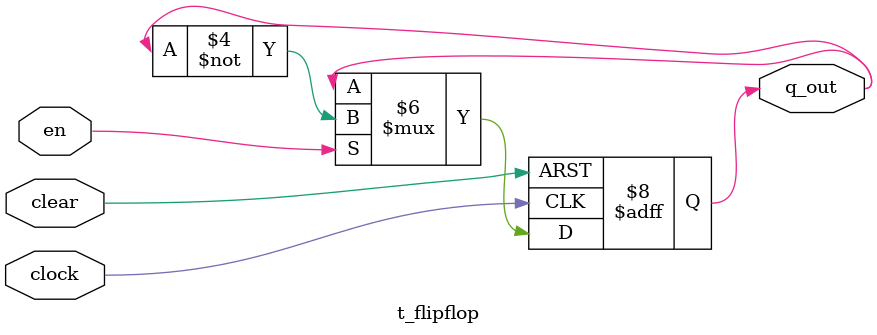
<source format=v>
module t_flipflop(en,clock,clear,q_out);
	input en;
	input clock;
	input clear;
	output reg q_out;

	always@(negedge clear or posedge clock)
		if(!clear)
			q_out <= 1'b0;
		else if(!en) 
			q_out <= q_out;
		else 
			q_out <= ~q_out;
					
endmodule

</source>
